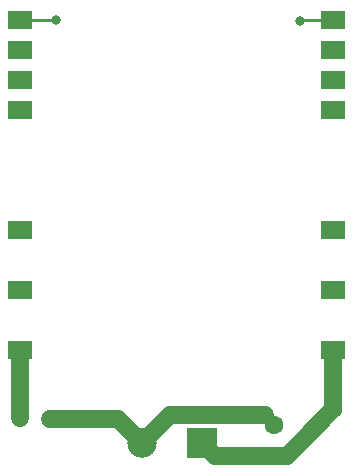
<source format=gbr>
%TF.GenerationSoftware,KiCad,Pcbnew,(5.1.9)-1*%
%TF.CreationDate,2021-05-14T01:46:21+02:00*%
%TF.ProjectId,Netzteil,4e65747a-7465-4696-9c2e-6b696361645f,rev?*%
%TF.SameCoordinates,Original*%
%TF.FileFunction,Copper,L2,Bot*%
%TF.FilePolarity,Positive*%
%FSLAX46Y46*%
G04 Gerber Fmt 4.6, Leading zero omitted, Abs format (unit mm)*
G04 Created by KiCad (PCBNEW (5.1.9)-1) date 2021-05-14 01:46:21*
%MOMM*%
%LPD*%
G01*
G04 APERTURE LIST*
%TA.AperFunction,ComponentPad*%
%ADD10C,2.500000*%
%TD*%
%TA.AperFunction,ComponentPad*%
%ADD11R,2.500000X2.500000*%
%TD*%
%TA.AperFunction,ComponentPad*%
%ADD12C,1.600000*%
%TD*%
%TA.AperFunction,ComponentPad*%
%ADD13O,1.400000X1.400000*%
%TD*%
%TA.AperFunction,ComponentPad*%
%ADD14C,1.400000*%
%TD*%
%TA.AperFunction,SMDPad,CuDef*%
%ADD15R,2.030000X1.500000*%
%TD*%
%TA.AperFunction,ViaPad*%
%ADD16C,0.800000*%
%TD*%
%TA.AperFunction,Conductor*%
%ADD17C,0.250000*%
%TD*%
%TA.AperFunction,Conductor*%
%ADD18C,1.500000*%
%TD*%
G04 APERTURE END LIST*
D10*
%TO.P,J1,2*%
%TO.N,Net-(J1-Pad2)*%
X117070000Y-109250000D03*
D11*
%TO.P,J1,1*%
%TO.N,Net-(J1-Pad1)*%
X122150000Y-109250000D03*
%TD*%
D12*
%TO.P,RV1,2*%
%TO.N,Net-(J1-Pad1)*%
X133250000Y-106400000D03*
%TO.P,RV1,1*%
%TO.N,Net-(J1-Pad2)*%
X128250000Y-107700000D03*
%TD*%
D13*
%TO.P,R1,2*%
%TO.N,Net-(J1-Pad2)*%
X109290000Y-107200000D03*
D14*
%TO.P,R1,1*%
%TO.N,Net-(PS1-Pad1)*%
X106750000Y-107200000D03*
%TD*%
D15*
%TO.P,PS1,12*%
%TO.N,+5V*%
X106765000Y-73480000D03*
%TO.P,PS1,11*%
%TO.N,N/C*%
X106765000Y-76020000D03*
%TO.P,PS1,10*%
X106765000Y-78560000D03*
%TO.P,PS1,9*%
X106765000Y-81100000D03*
%TO.P,PS1,5*%
X106765000Y-91260000D03*
%TO.P,PS1,3*%
X106765000Y-96340000D03*
%TO.P,PS1,1*%
%TO.N,Net-(PS1-Pad1)*%
X106765000Y-101420000D03*
%TO.P,PS1,13*%
%TO.N,GND*%
X133235000Y-73480000D03*
%TO.P,PS1,14*%
%TO.N,N/C*%
X133235000Y-76020000D03*
%TO.P,PS1,15*%
X133235000Y-78560000D03*
%TO.P,PS1,16*%
X133235000Y-81100000D03*
%TO.P,PS1,20*%
X133235000Y-91260000D03*
%TO.P,PS1,22*%
X133235000Y-96340000D03*
%TO.P,PS1,24*%
%TO.N,Net-(J1-Pad1)*%
X133235000Y-101420000D03*
%TD*%
D16*
%TO.N,GND*%
X130400000Y-73500000D03*
%TO.N,+5V*%
X109800000Y-73450000D03*
%TD*%
D17*
%TO.N,GND*%
X130420000Y-73480000D02*
X130400000Y-73500000D01*
X133235000Y-73480000D02*
X130420000Y-73480000D01*
%TO.N,+5V*%
X109770000Y-73480000D02*
X109800000Y-73450000D01*
X106765000Y-73480000D02*
X109770000Y-73480000D01*
%TO.N,Net-(PS1-Pad1)*%
X106765000Y-107185000D02*
X106750000Y-107200000D01*
D18*
X106765000Y-101420000D02*
X106765000Y-107185000D01*
D17*
%TO.N,Net-(J1-Pad1)*%
X133235000Y-106385000D02*
X133250000Y-106400000D01*
D18*
X133235000Y-101420000D02*
X133235000Y-106385000D01*
X130400000Y-109250000D02*
X133250000Y-106400000D01*
X129300000Y-110350000D02*
X130400000Y-109250000D01*
X123250000Y-110350000D02*
X129300000Y-110350000D01*
X122150000Y-109250000D02*
X123250000Y-110350000D01*
%TO.N,Net-(J1-Pad2)*%
X115020000Y-107200000D02*
X117070000Y-109250000D01*
X109290000Y-107200000D02*
X115020000Y-107200000D01*
X119419999Y-106900001D02*
X117070000Y-109250000D01*
X127450001Y-106900001D02*
X119419999Y-106900001D01*
D17*
X128250000Y-107700000D02*
X127450001Y-106900001D01*
%TD*%
M02*

</source>
